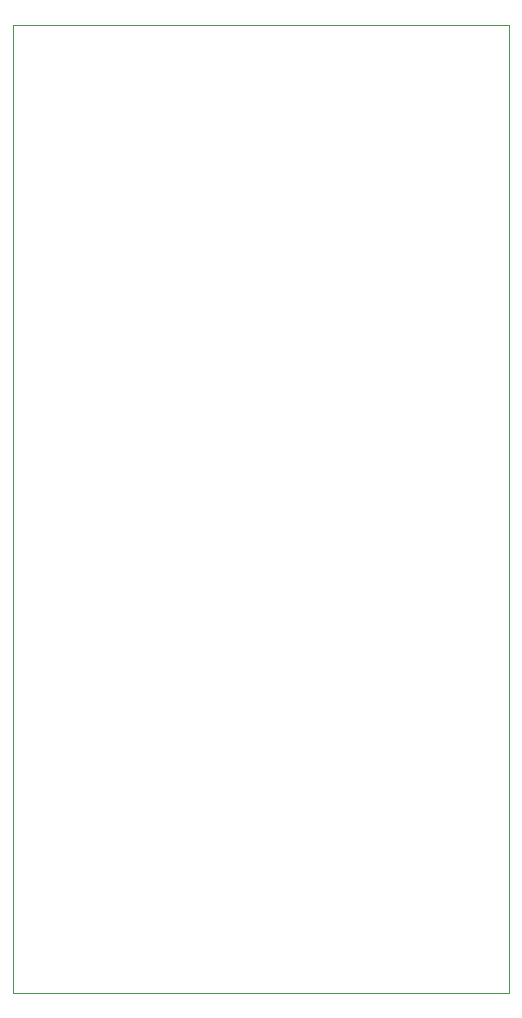
<source format=gbr>
G04 PROTEUS GERBER X2 FILE*
%TF.GenerationSoftware,Labcenter,Proteus,8.16-SP3-Build36097*%
%TF.CreationDate,2024-05-04T02:13:19+00:00*%
%TF.FileFunction,NonPlated,1,2,NPTH*%
%TF.FilePolarity,Positive*%
%TF.Part,Single*%
%TF.SameCoordinates,{03efdd39-6268-421f-b844-547f2104f690}*%
%FSLAX45Y45*%
%MOMM*%
G01*
%TA.AperFunction,Profile*%
%ADD34C,0.101600*%
%TD.AperFunction*%
D34*
X-2077000Y-4450000D02*
X+2123000Y-4450000D01*
X+2123000Y+3750000D01*
X-2077000Y+3750000D01*
X-2077000Y-4450000D01*
M02*

</source>
